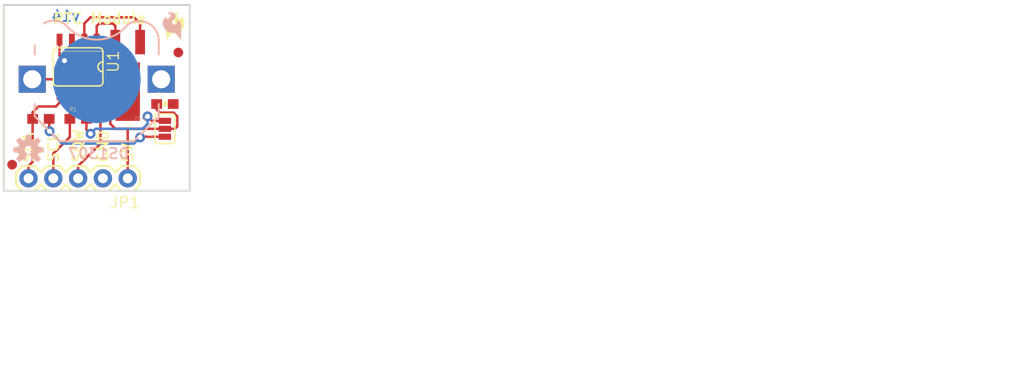
<source format=kicad_pcb>
(kicad_pcb (version 20211014) (generator pcbnew)
  (layers (0 "F.Cu" signal) (31 "B.Cu" signal) (34 "B.Paste" user) (35 "F.Paste" user) (36 "B.SilkS" user "B.Silkscreen") (37 "F.SilkS" user "F.Silkscreen") (38 "B.Mask" user) (39 "F.Mask" user) (44 "Edge.Cuts" user))
  (net 0 "")
  (net 1 "GND")
  (net 2 "N$1")
  (net 3 "N$2")
  (net 4 "N$4")
  (net 5 "SQW")
  (net 6 "SCL")
  (net 7 "SDA")
  (net 8 "5V")
  (net 9 "N$5")
  (net 10 "N$6")
  (footprint "boardEagle:FIDUCIAL-1X2" (layer "F.Cu") (at 156.8577 100.3554)
    (fp_text reference "E$2" hide)
    (fp_text value "" hide)
    (pad "1" smd roundrect (at 0 0) (size 1 1) (layers "F.Cu" "F.Mask") (roundrect_rratio 0.5))
  )
  (footprint "boardEagle:STAND-OFF" (layer "F.Cu") (at 155.4861 111.9886)
    (fp_text reference "U$6" hide)
    (fp_text value "STAND-OFF" hide)
    (pad "" np_thru_hole circle (at 0 0) (size 3.302 3.302) (drill 3.302) (layers *.Cu *.Mask))
  )
  (footprint "boardEagle:0603-CAP" (layer "F.Cu") (at 155.4861 105.6386)
    (fp_text reference "C1" (at -0.889 -0.762) (layer "F.SilkS") (effects (font (size 0.373888 0.373888) (thickness 0.032512)) (justify left bottom)))
    (fp_text value "0.1uF")
    (fp_line (start 0 -0.0305) (end 0 0.0305) (layer "F.SilkS") (width 0.5588))
    (pad "1" smd rect (at -0.85 0) (size 1.1 1) (layers "F.Cu" "F.Paste" "F.Mask") (net 8 "5V"))
    (pad "2" smd rect (at 0.85 0) (size 1.1 1) (layers "F.Cu" "F.Paste" "F.Mask") (net 1 "GND"))
  )
  (footprint "boardEagle:1X05" (layer "F.Cu") (at 151.6761 113.2586 180)
    (fp_text reference "JP1" (at -1.3462 -1.8288 180) (layer "F.SilkS") (effects (font (size 1.143 1.143) (thickness 0.127)) (justify right top)))
    (fp_text value "")
    (fp_line (start 6.985 -1.27) (end 6.35 -0.635) (layer "F.SilkS") (width 0.2032))
    (fp_line (start -0.635 -1.27) (end -1.27 -0.635) (layer "F.SilkS") (width 0.2032))
    (fp_line (start 10.795 1.27) (end 9.525 1.27) (layer "F.SilkS") (width 0.2032))
    (fp_line (start 5.715 -1.27) (end 6.35 -0.635) (layer "F.SilkS") (width 0.2032))
    (fp_line (start -0.635 -1.27) (end 0.635 -1.27) (layer "F.SilkS") (width 0.2032))
    (fp_line (start 11.43 -0.635) (end 11.43 0.635) (layer "F.SilkS") (width 0.2032))
    (fp_line (start 4.445 -1.27) (end 5.715 -1.27) (layer "F.SilkS") (width 0.2032))
    (fp_line (start 11.43 0.635) (end 10.795 1.27) (layer "F.SilkS") (width 0.2032))
    (fp_line (start 4.445 1.27) (end 3.81 0.635) (layer "F.SilkS") (width 0.2032))
    (fp_line (start 9.525 -1.27) (end 10.795 -1.27) (layer "F.SilkS") (width 0.2032))
    (fp_line (start 1.905 1.27) (end 1.27 0.635) (layer "F.SilkS") (width 0.2032))
    (fp_line (start 0.635 -1.27) (end 1.27 -0.635) (layer "F.SilkS") (width 0.2032))
    (fp_line (start 1.905 -1.27) (end 3.175 -1.27) (layer "F.SilkS") (width 0.2032))
    (fp_line (start 1.27 0.635) (end 0.635 1.27) (layer "F.SilkS") (width 0.2032))
    (fp_line (start 3.175 -1.27) (end 3.81 -0.635) (layer "F.SilkS") (width 0.2032))
    (fp_line (start -1.27 -0.635) (end -1.27 0.635) (layer "F.SilkS") (width 0.2032))
    (fp_line (start 8.255 -1.27) (end 8.89 -0.635) (layer "F.SilkS") (width 0.2032))
    (fp_line (start 6.35 0.635) (end 5.715 1.27) (layer "F.SilkS") (width 0.2032))
    (fp_line (start 8.89 0.635) (end 8.255 1.27) (layer "F.SilkS") (width 0.2032))
    (fp_line (start 0.635 1.27) (end -0.635 1.27) (layer "F.SilkS") (width 0.2032))
    (fp_line (start 3.81 -0.635) (end 4.445 -1.27) (layer "F.SilkS") (width 0.2032))
    (fp_line (start 3.175 1.27) (end 1.905 1.27) (layer "F.SilkS") (width 0.2032))
    (fp_line (start 5.715 1.27) (end 4.445 1.27) (layer "F.SilkS") (width 0.2032))
    (fp_line (start 6.985 -1.27) (end 8.255 -1.27) (layer "F.SilkS") (width 0.2032))
    (fp_line (start 9.525 1.27) (end 8.89 0.635) (layer "F.SilkS") (width 0.2032))
    (fp_line (start 10.795 -1.27) (end 11.43 -0.635) (layer "F.SilkS") (width 0.2032))
    (fp_line (start 1.27 -0.635) (end 1.905 -1.27) (layer "F.SilkS") (width 0.2032))
    (fp_line (start 3.81 0.635) (end 3.175 1.27) (layer "F.SilkS") (width 0.2032))
    (fp_line (start 6.35 0.635) (end 6.985 1.27) (layer "F.SilkS") (width 0.2032))
    (fp_line (start 8.89 -0.635) (end 9.525 -1.27) (layer "F.SilkS") (width 0.2032))
    (fp_line (start 8.255 1.27) (end 6.985 1.27) (layer "F.SilkS") (width 0.2032))
    (fp_line (start -1.27 0.635) (end -0.635 1.27) (layer "F.SilkS") (width 0.2032))
    (pad "1" thru_hole circle (at 0 0 270) (size 1.8796 1.8796) (drill 1.016) (layers *.Cu *.Mask) (net 8 "5V"))
    (pad "2" thru_hole circle (at 2.54 0 270) (size 1.8796 1.8796) (drill 1.016) (layers *.Cu *.Mask) (net 1 "GND"))
    (pad "3" thru_hole circle (at 5.08 0 270) (size 1.8796 1.8796) (drill 1.016) (layers *.Cu *.Mask) (net 5 "SQW"))
    (pad "4" thru_hole circle (at 7.62 0 270) (size 1.8796 1.8796) (drill 1.016) (layers *.Cu *.Mask) (net 6 "SCL"))
    (pad "5" thru_hole circle (at 10.16 0 270) (size 1.8796 1.8796) (drill 1.016) (layers *.Cu *.Mask) (net 7 "SDA"))
  )
  (footprint "boardEagle:CREATIVE_COMMONS" (layer "F.Cu") (at 160.5661 129.7686)
    (fp_text reference "FRAME2" hide)
    (fp_text value "FRAME-LETTER" hide)
  )
  (footprint "boardEagle:CRYSTAL-32KHZ-SMD" (layer "F.Cu") (at 151.6761 99.2886 180)
    (fp_text reference "Q1" (at -0.635 -8.255 180) (layer "F.SilkS") (effects (font (size 0.373888 0.373888) (thickness 0.032512)) (justify right top)))
    (fp_text value "32.768kHz")
    (pad "SHEILD" smd rect (at 0 -5.08 180) (size 2.5 6) (layers "F.Cu" "F.Paste" "F.Mask"))
    (pad "X1" smd rect (at -1.27 0 180) (size 1 2.5) (layers "F.Cu" "F.Paste" "F.Mask") (net 3 "N$2"))
    (pad "X2" smd rect (at 1.27 0 180) (size 1 2.5) (layers "F.Cu" "F.Paste" "F.Mask") (net 2 "N$1"))
  )
  (footprint "boardEagle:STAND-OFF" (layer "F.Cu") (at 141.5161 98.0186)
    (fp_text reference "U$7" hide)
    (fp_text value "STAND-OFF" hide)
    (pad "" np_thru_hole circle (at 0 0) (size 3.302 3.302) (drill 3.302) (layers *.Cu *.Mask))
  )
  (footprint "boardEagle:0603" (layer "F.Cu") (at 142.7861 107.1626)
    (fp_text reference "R2" (at -0.889 -0.762) (layer "F.SilkS") (effects (font (size 0.373888 0.373888) (thickness 0.032512)) (justify left bottom)))
    (fp_text value "4.7k")
    (pad "1" smd rect (at -0.85 0) (size 1.1 1) (layers "F.Cu" "F.Paste" "F.Mask") (net 7 "SDA"))
    (pad "2" smd rect (at 0.85 0) (size 1.1 1) (layers "F.Cu" "F.Paste" "F.Mask") (net 10 "N$6"))
  )
  (footprint "boardEagle:FIDUCIAL-1X2" (layer "F.Cu") (at 139.8397 111.8616)
    (fp_text reference "E$1" hide)
    (fp_text value "" hide)
    (pad "1" smd roundrect (at 0 0) (size 1 1) (layers "F.Cu" "F.Mask") (roundrect_rratio 0.5))
  )
  (footprint "boardEagle:SO08-TIGHT" (layer "F.Cu") (at 146.5961 101.8286 180)
    (fp_text reference "U1" (at -2.921 1.778 270) (layer "F.SilkS") (effects (font (size 1.143 1.143) (thickness 0.127)) (justify right top)))
    (fp_text value "DS1307")
    (fp_line (start -2.54 -0.508) (end -2.54 0.508) (layer "F.SilkS") (width 0.1524))
    (fp_line (start -2.54 0.508) (end -2.54 1.5748) (layer "F.SilkS") (width 0.1524))
    (fp_line (start -2.159 1.9558) (end 2.159 1.9558) (layer "F.SilkS") (width 0.1524))
    (fp_line (start 2.159 -1.9558) (end -2.159 -1.9558) (layer "F.SilkS") (width 0.1524))
    (fp_line (start -2.54 -1.5748) (end -2.54 -0.508) (layer "F.SilkS") (width 0.1524))
    (fp_line (start 2.54 1.5748) (end 2.54 -1.5748) (layer "F.SilkS") (width 0.1524))
    (fp_line (start -2.54 1.6002) (end 2.54 1.6002) (layer "F.SilkS") (width 0.0508))
    (fp_arc (start -2.54 -0.508) (mid -2.032 0) (end -2.54 0.508) (layer "F.SilkS") (width 0.1524))
    (fp_arc (start -2.159 1.9558) (mid -2.428408 1.844208) (end -2.54 1.5748) (layer "F.SilkS") (width 0.1524))
    (fp_arc (start -2.54 -1.5748) (mid -2.428408 -1.844208) (end -2.159 -1.9558) (layer "F.SilkS") (width 0.1524))
    (fp_arc (start 2.54 1.5748) (mid 2.428408 1.844208) (end 2.159 1.9558) (layer "F.SilkS") (width 0.1524))
    (fp_arc (start 2.159 -1.9558) (mid 2.428408 -1.844208) (end 2.54 -1.5748) (layer "F.SilkS") (width 0.1524))
    (pad "1" smd rect (at -1.905 2.8 180) (size 0.6 1.2) (layers "F.Cu" "F.Paste" "F.Mask") (net 2 "N$1"))
    (pad "2" smd rect (at -0.635 2.8 180) (size 0.6 1.2) (layers "F.Cu" "F.Paste" "F.Mask") (net 3 "N$2"))
    (pad "3" smd rect (at 0.635 2.8 180) (size 0.6 1.2) (layers "F.Cu" "F.Paste" "F.Mask") (net 4 "N$4"))
    (pad "4" smd rect (at 1.905 2.8 180) (size 0.6 1.2) (layers "F.Cu" "F.Paste" "F.Mask") (net 1 "GND"))
    (pad "5" smd rect (at 1.905 -2.8 180) (size 0.6 1.2) (layers "F.Cu" "F.Paste" "F.Mask") (net 7 "SDA"))
    (pad "6" smd rect (at 0.635 -2.8 180) (size 0.6 1.2) (layers "F.Cu" "F.Paste" "F.Mask") (net 6 "SCL"))
    (pad "7" smd rect (at -0.635 -2.8 180) (size 0.6 1.2) (layers "F.Cu" "F.Paste" "F.Mask") (net 5 "SQW"))
    (pad "8" smd rect (at -1.905 -2.8 180) (size 0.6 1.2) (layers "F.Cu" "F.Paste" "F.Mask") (net 8 "5V"))
  )
  (footprint "boardEagle:0603" (layer "F.Cu") (at 146.5961 107.1626)
    (fp_text reference "R1" (at -0.889 -0.762) (layer "F.SilkS") (effects (font (size 0.373888 0.373888) (thickness 0.032512)) (justify left bottom)))
    (fp_text value "4.7k")
    (pad "1" smd rect (at -0.85 0) (size 1.1 1) (layers "F.Cu" "F.Paste" "F.Mask") (net 6 "SCL"))
    (pad "2" smd rect (at 0.85 0) (size 1.1 1) (layers "F.Cu" "F.Paste" "F.Mask") (net 9 "N$5"))
  )
  (footprint "boardEagle:SJ_3_PASTE1&2&3" (layer "F.Cu") (at 155.4861 108.1786 90)
    (fp_text reference "SJ2" (at -1.27 -1.27 90) (layer "F.SilkS") (effects (font (size 0.373888 0.373888) (thickness 0.032512)) (justify left bottom)))
    (fp_text value "")
    (fp_line (start 1.27 1.016) (end -1.27 1.016) (layer "F.SilkS") (width 0.1524))
    (fp_line (start -1.524 0.762) (end -1.524 -0.762) (layer "F.SilkS") (width 0.1524))
    (fp_line (start 1.524 0.762) (end 1.524 -0.762) (layer "F.SilkS") (width 0.1524))
    (fp_line (start -1.27 -1.016) (end 1.27 -1.016) (layer "F.SilkS") (width 0.1524))
    (fp_arc (start -1.524 -0.762) (mid -1.449605 -0.941605) (end -1.27 -1.016) (layer "F.SilkS") (width 0.1524))
    (fp_arc (start 1.27 -1.016) (mid 1.449605 -0.941605) (end 1.524 -0.762) (layer "F.SilkS") (width 0.1524))
    (fp_arc (start -1.27 1.016) (mid -1.449605 0.941605) (end -1.524 0.762) (layer "F.SilkS") (width 0.1524))
    (fp_arc (start 1.524 0.762) (mid 1.449605 0.941605) (end 1.27 1.016) (layer "F.SilkS") (width 0.1524))
    (pad "1" smd rect (at -0.8128 0 90) (size 0.635 1.27) (layers "F.Cu" "F.Mask") (net 10 "N$6"))
    (pad "2" smd rect (at 0 0 90) (size 0.635 1.27) (layers "F.Cu" "F.Mask") (net 8 "5V"))
    (pad "3" smd rect (at 0.8128 0 90) (size 0.635 1.27) (layers "F.Cu" "F.Mask") (net 9 "N$5"))
  )
  (footprint "boardEagle:SFE-LOGO-FLAME" (layer "F.Cu") (at 155.6131 99.0346)
    (fp_text reference "U$1" hide)
    (fp_text value "LOGO-SFESK" hide)
    (fp_poly (pts (xy 1.126002 -2.808203) (xy 1.215449 -2.785829) (xy 1.228477 -2.780783) (xy 1.240149 -2.774875) (xy 1.25686 -2.766576) (xy 1.275552 -2.759834) (xy 1.371694 -2.7026) (xy 1.3793 -2.7026) (xy 1.3793 -2.6772) (xy 1.306833 -2.6772) (xy 1.208418 -2.657914) (xy 1.074855 -2.495286) (xy 1.079365 -2.436825) (xy 1.12809 -2.341869) (xy 1.204666 -2.265196) (xy 1.294069 -2.200638) (xy 1.369348 -2.168824) (xy 1.450737 -2.171632) (xy 1.458864 -2.174186) (xy 1.466257 -2.177389) (xy 1.530514 -2.236956) (xy 1.5368 -2.259812) (xy 1.5368 -2.377938) (xy 1.763707 -2.148127) (xy 1.868186 -1.856841) (xy 1.871603 -1.856894) (xy 1.87806 -1.650435) (xy 1.848857 -1.45742) (xy 1.785308 -1.272842) (xy 1.6663 -1.061578) (xy 1.6663 -1.080581) (xy 1.378131 -0.80901) (xy 0.982239 -0.6985) (xy 0.753005 -0.6985) (xy 0.716201 -0.692046) (xy 0.681776 -0.679592) (xy 0.496322 -0.541784) (xy -0.0126 0.03091) (xy -0.0126 -1.52077) (xy 0.060004 -1.761967) (xy 0.168295 -1.865489) (xy 0.307122 -1.917522) (xy 0.4039 -1.925089) (xy 0.499384 -1.917623) (xy 0.55991 -1.908099) (xy 0.557788 -1.884433) (xy 0.522216 -1.885242) (xy 0.501784 -1.876141) (xy 0.420519 -1.817154) (xy 0.400722 -1.79067) (xy 0.390395 -1.7285) (xy 0.400905 -1.665229) (xy 0.421405 -1.625174) (xy 0.452343 -1.592685) (xy 0.546535 -1.54355) (xy 0.652229 -1.531742) (xy 0.742768 -1.550084) (xy 0.82422 -1.589656) (xy 0.92203 -1.754659) (xy 0.907706 -1.848844) (xy 0.850914 -1.930401) (xy 0.584707 -2.263237) (xy 0.561667 -2.510855) (xy 0.627495 -2.621556) (xy 0.629042 -2.623103) (xy 0.778901 -2.74712) (xy 1.032676 -2.817064)) (layer "F.SilkS") (width 0) (fill solid))
  )
  (footprint "boardEagle:SFE-LOGO-FLAME" (layer "B.Cu") (at 157.1371 99.0346 180)
    (fp_text reference "U$2" hide)
    (fp_text value "LOGO-SFESK" hide)
    (fp_poly (pts (xy 1.126002 2.808203) (xy 1.215449 2.785829) (xy 1.228477 2.780783) (xy 1.240149 2.774875) (xy 1.25686 2.766576) (xy 1.275552 2.759834) (xy 1.371694 2.7026) (xy 1.3793 2.7026) (xy 1.3793 2.6772) (xy 1.306833 2.6772) (xy 1.208418 2.657914) (xy 1.074855 2.495286) (xy 1.079365 2.436825) (xy 1.12809 2.341869) (xy 1.204666 2.265196) (xy 1.294069 2.200638) (xy 1.369348 2.168824) (xy 1.450737 2.171632) (xy 1.458864 2.174186) (xy 1.466257 2.177389) (xy 1.530514 2.236956) (xy 1.5368 2.259812) (xy 1.5368 2.377938) (xy 1.763707 2.148127) (xy 1.868186 1.856841) (xy 1.871603 1.856894) (xy 1.87806 1.650435) (xy 1.848857 1.45742) (xy 1.785308 1.272842) (xy 1.6663 1.061578) (xy 1.6663 1.080581) (xy 1.378131 0.80901) (xy 0.982239 0.6985) (xy 0.753005 0.6985) (xy 0.716201 0.692046) (xy 0.681776 0.679592) (xy 0.496322 0.541784) (xy -0.0126 -0.03091) (xy -0.0126 1.52077) (xy 0.060004 1.761967) (xy 0.168295 1.865489) (xy 0.307122 1.917522) (xy 0.4039 1.925089) (xy 0.499384 1.917623) (xy 0.55991 1.908099) (xy 0.557788 1.884433) (xy 0.522216 1.885242) (xy 0.501784 1.876141) (xy 0.420519 1.817154) (xy 0.400722 1.79067) (xy 0.390395 1.7285) (xy 0.400905 1.665229) (xy 0.421405 1.625174) (xy 0.452343 1.592685) (xy 0.546535 1.54355) (xy 0.652229 1.531742) (xy 0.742768 1.550084) (xy 0.82422 1.589656) (xy 0.92203 1.754659) (xy 0.907706 1.848844) (xy 0.850914 1.930401) (xy 0.584707 2.263237) (xy 0.561667 2.510855) (xy 0.627495 2.621556) (xy 0.629042 2.623103) (xy 0.778901 2.74712) (xy 1.032676 2.817064)) (layer "B.SilkS") (width 0) (fill solid))
  )
  (footprint "boardEagle:OSHW-LOGO-S" (layer "B.Cu") (at 141.5161 110.3376 180)
    (fp_text reference "LOGO1" hide)
    (fp_text value "OSHW-LOGOS" hide)
    (fp_poly (pts (xy 0.301647 1.061351) (xy 0.42347 1.022344) (xy 0.537177 0.963769) (xy 0.92862 1.282946) (xy 1.282946 0.92862) (xy 0.961035 0.533823) (xy 1.057046 0.302084) (xy 1.5638 0.250561) (xy 1.5638 -0.250561) (xy 1.057046 -0.302084) (xy 0.961035 -0.533823) (xy 1.282946 -0.92862) (xy 0.92862 -1.282946) (xy 0.537177 -0.96377) (xy 0.356601 -1.056794) (xy 0.088679 -0.410073) (xy 0.326262 -0.2176) (xy 0.373649 -0.121468) (xy 0.392729 -0.010339) (xy 0.379464 0.101634) (xy 0.334947 0.205229) (xy 0.262842 0.291918) (xy 0.169087 0.354561) (xy 0.061406 0.387999) (xy -0.051342 0.38948) (xy -0.159868 0.358881) (xy -0.255234 0.298724) (xy -0.329589 0.213962) (xy -0.376813 0.111569) (xy -0.392176 0.005767) (xy -0.322923 -0.222565) (xy -0.249312 -0.303773) (xy 0.091677 -0.5081) (xy -0.12929 -0.5081) (xy -0.355332 -1.053732) (xy -0.506597 -0.983577) (xy -0.538922 -0.965192) (xy -0.92862 -1.282946) (xy -1.282946 -0.92862) (xy -0.961035 -0.533823) (xy -1.057046 -0.302084) (xy -1.5638 -0.250561) (xy -1.5638 0.250561) (xy -1.057046 0.302084) (xy -0.961035 0.533823) (xy -1.282946 0.92862) (xy -0.92862 1.282946) (xy -0.533823 0.961035) (xy -0.302084 1.057046) (xy -0.250561 1.5638) (xy 0.250561 1.5638)) (layer "B.SilkS") (width 0) (fill solid))
  )
  (footprint "boardEagle:BATTCON_12MM_PTH" (layer "B.Cu") (at 148.5011 103.0986 180)
    (fp_text reference "BAT1" (at -3.81 -3.81) (layer "B.SilkS") (effects (font (size 0.373888 0.373888) (thickness 0.032512)) (justify right top mirror)))
    (fp_text value "")
    (fp_line (start -6.35 -3.81) (end -6.35 -2.54) (layer "B.SilkS") (width 0.2032))
    (fp_line (start -6.35 2.54) (end -6.35 4.064) (layer "B.SilkS") (width 0.2032))
    (fp_line (start 6.35 2.54) (end 6.35 4.064) (layer "B.SilkS") (width 0.2032))
    (fp_line (start 6.35 -3.81) (end 6.35 -2.54) (layer "B.SilkS") (width 0.2032))
    (fp_line (start -6.35 -3.81) (end -3.81 -6.35) (layer "B.SilkS") (width 0.2032))
    (fp_line (start 3.81 -6.35) (end 6.35 -3.81) (layer "B.SilkS") (width 0.2032))
    (fp_line (start -3.81 -6.35) (end 3.81 -6.35) (layer "B.SilkS") (width 0.2032))
    (fp_arc (start 6.35 4.064) (mid 5.242249 5.825476) (end 3.175 5.588) (layer "B.SilkS") (width 0.2032))
    (fp_arc (start -3.175 5.588) (mid 0 4.064003) (end 3.175 5.588) (layer "B.SilkS") (width 0.2032))
    (fp_arc (start -3.175 5.588) (mid -5.21764 5.774208) (end -6.35 4.064) (layer "B.SilkS") (width 0.2032))
    (pad "GND" smd roundrect (at 0 0 180) (size 9 9) (layers "B.Cu" "B.Mask") (roundrect_rratio 0.5) (net 1 "GND"))
    (pad "VCC@1" thru_hole rect (at 6.604 0 180) (size 2.7813 2.7813) (drill 1.8542) (layers *.Cu *.Mask) (net 4 "N$4"))
    (pad "VCC@2" thru_hole rect (at -6.604 0 180) (size 2.7813 2.7813) (drill 1.8542) (layers *.Cu *.Mask))
  )
  (gr_line (start 138.9761 95.4786) (end 138.9761 114.5286) (layer "Edge.Cuts") (width 0.2032))
  (gr_line (start 138.9761 114.5286) (end 158.0261 114.5286) (layer "Edge.Cuts") (width 0.2032))
  (gr_line (start 158.0261 95.4786) (end 138.9761 95.4786) (layer "Edge.Cuts") (width 0.2032))
  (gr_line (start 158.0261 114.5286) (end 158.0261 95.4786) (layer "Edge.Cuts") (width 0.2032))
  (gr_text "v14" (at 146.8882 97.2566) (layer "B.Cu") (effects (font (size 1.0795 1.0795) (thickness 0.1905)) (justify left bottom mirror)))
  (gr_text "DS1307" (at 151.9301 111.3536) (layer "B.SilkS") (effects (font (size 1.0795 1.0795) (thickness 0.1905)) (justify left bottom mirror)))
  (gr_text "5V" (at 152.3111 111.7346 90) (layer "F.SilkS") (effects (font (size 1.0795 1.0795) (thickness 0.1905)) (justify left bottom)))
  (gr_text "GND" (at 149.7711 111.7346 90) (layer "F.SilkS") (effects (font (size 1.0795 1.0795) (thickness 0.1905)) (justify left bottom)))
  (gr_text "RTC Module" (at 143.9291 97.5106) (layer "F.SilkS") (effects (font (size 1.0795 1.0795) (thickness 0.1905)) (justify left bottom)))
  (gr_text "SQW" (at 147.2311 111.7346 90) (layer "F.SilkS") (effects (font (size 1.0795 1.0795) (thickness 0.1905)) (justify left bottom)))
  (gr_text "SDA" (at 142.1511 111.7346 90) (layer "F.SilkS") (effects (font (size 1.0795 1.0795) (thickness 0.1905)) (justify left bottom)))
  (gr_text "SCL" (at 144.6911 111.7346 90) (layer "F.SilkS") (effects (font (size 1.0795 1.0795) (thickness 0.1905)) (justify left bottom)))
  (segment (start 144.6911 100.6856) (end 145.1991 101.1936) (width 0.254) (layer "F.Cu") (net 1))
  (segment (start 144.6911 99.0286) (end 144.6911 100.6856) (width 0.254) (layer "F.Cu") (net 1))
  (via (at 145.1991 101.1936) (size 1.016) (drill 0.508) (layers "F.Cu" "B.Cu") (net 1))
  (segment (start 148.5011 103.0986) (end 147.1041 103.0986) (width 0.254) (layer "B.Cu") (net 1))
  (segment (start 147.1041 103.0986) (end 145.1991 101.1936) (width 0.254) (layer "B.Cu") (net 1))
  (segment (start 148.7551 97.3836) (end 150.1521 97.3836) (width 0.254) (layer "F.Cu") (net 2))
  (segment (start 150.1521 97.3836) (end 150.4061 97.6376) (width 0.254) (layer "F.Cu") (net 2))
  (segment (start 150.4061 97.6376) (end 150.4061 99.2886) (width 0.254) (layer "F.Cu") (net 2))
  (segment (start 148.5011 99.0286) (end 148.5011 97.6376) (width 0.254) (layer "F.Cu") (net 2))
  (segment (start 148.5011 97.6376) (end 148.7551 97.3836) (width 0.254) (layer "F.Cu") (net 2))
  (segment (start 152.9461 97.3836) (end 152.9461 99.2886) (width 0.254) (layer "F.Cu") (net 3))
  (segment (start 147.2311 99.0286) (end 147.2311 99.1616) (width 0.254) (layer "F.Cu") (net 3))
  (segment (start 147.2311 97.3836) (end 147.8661 96.7486) (width 0.254) (layer "F.Cu") (net 3))
  (segment (start 152.3111 96.7486) (end 152.9461 97.3836) (width 0.254) (layer "F.Cu") (net 3))
  (segment (start 147.2311 99.0286) (end 147.2311 97.3836) (width 0.254) (layer "F.Cu") (net 3))
  (segment (start 147.8661 96.7486) (end 152.3111 96.7486) (width 0.254) (layer "F.Cu") (net 3))
  (segment (start 145.9611 100.3046) (end 146.3421 100.6856) (width 0.254) (layer "F.Cu") (net 4))
  (segment (start 146.3421 102.5906) (end 145.8341 103.0986) (width 0.254) (layer "F.Cu") (net 4))
  (segment (start 146.3421 100.6856) (end 146.3421 102.5906) (width 0.254) (layer "F.Cu") (net 4))
  (segment (start 145.8341 103.0986) (end 141.8971 103.0986) (width 0.254) (layer "F.Cu") (net 4))
  (segment (start 145.9611 99.0286) (end 145.9611 100.3046) (width 0.254) (layer "F.Cu") (net 4))
  (segment (start 147.2311 104.6286) (end 147.2311 105.7656) (width 0.254) (layer "F.Cu") (net 5))
  (segment (start 147.2311 105.7656) (end 147.4851 106.0196) (width 0.254) (layer "F.Cu") (net 5))
  (segment (start 146.5961 111.9886) (end 148.8821 109.7026) (width 0.254) (layer "F.Cu") (net 5))
  (segment (start 148.8821 106.9086) (end 148.8821 109.7026) (width 0.254) (layer "F.Cu") (net 5))
  (segment (start 146.5961 113.2586) (end 146.5961 111.9886) (width 0.254) (layer "F.Cu") (net 5))
  (segment (start 147.4851 106.0196) (end 147.9931 106.0196) (width 0.254) (layer "F.Cu") (net 5))
  (segment (start 147.9931 106.0196) (end 148.8821 106.9086) (width 0.254) (layer "F.Cu") (net 5))
  (segment (start 145.7461 107.1626) (end 145.7461 109.0286) (width 0.254) (layer "F.Cu") (net 6))
  (segment (start 145.7461 109.0286) (end 144.0561 110.7186) (width 0.254) (layer "F.Cu") (net 6))
  (segment (start 145.9611 104.6286) (end 145.9611 105.7656) (width 0.254) (layer "F.Cu") (net 6))
  (segment (start 145.7461 105.9806) (end 145.9611 105.7656) (width 0.254) (layer "F.Cu") (net 6))
  (segment (start 145.7461 107.1626) (end 145.7461 105.9806) (width 0.254) (layer "F.Cu") (net 6))
  (segment (start 144.0561 113.2586) (end 144.0561 110.7186) (width 0.254) (layer "F.Cu") (net 6))
  (segment (start 141.9361 111.5686) (end 141.5161 111.9886) (width 0.254) (layer "F.Cu") (net 7))
  (segment (start 144.6911 104.6286) (end 144.6911 105.5116) (width 0.254) (layer "F.Cu") (net 7))
  (segment (start 141.9361 107.1626) (end 141.9361 111.5686) (width 0.254) (layer "F.Cu") (net 7))
  (segment (start 142.5321 105.8926) (end 141.9361 106.4886) (width 0.254) (layer "F.Cu") (net 7))
  (segment (start 144.3101 105.8926) (end 142.5321 105.8926) (width 0.254) (layer "F.Cu") (net 7))
  (segment (start 141.5161 111.9886) (end 141.5161 113.2586) (width 0.254) (layer "F.Cu") (net 7))
  (segment (start 144.6911 105.5116) (end 144.3101 105.8926) (width 0.254) (layer "F.Cu") (net 7))
  (segment (start 141.9361 107.1626) (end 141.9361 106.4886) (width 0.254) (layer "F.Cu") (net 7))
  (segment (start 154.6361 106.1856) (end 154.9781 106.5276) (width 0.254) (layer "F.Cu") (net 8))
  (segment (start 156.7561 106.9086) (end 156.7561 107.9246) (width 0.254) (layer "F.Cu") (net 8))
  (segment (start 149.8981 106.1466) (end 149.8981 107.6706) (width 0.254) (layer "F.Cu") (net 8))
  (segment (start 154.6361 105.6386) (end 154.6361 106.1856) (width 0.254) (layer "F.Cu") (net 8))
  (segment (start 148.5011 105.6386) (end 148.7551 105.8926) (width 0.254) (layer "F.Cu") (net 8))
  (segment (start 151.6761 108.1786) (end 150.4061 108.1786) (width 0.254) (layer "F.Cu") (net 8))
  (segment (start 154.9781 106.5276) (end 156.3751 106.5276) (width 0.254) (layer "F.Cu") (net 8))
  (segment (start 156.5021 108.1786) (end 155.4861 108.1786) (width 0.254) (layer "F.Cu") (net 8))
  (segment (start 148.7551 105.8926) (end 149.6441 105.8926) (width 0.254) (layer "F.Cu") (net 8))
  (segment (start 148.5011 104.6286) (end 148.5011 105.6386) (width 0.254) (layer "F.Cu") (net 8))
  (segment (start 149.6441 105.8926) (end 149.8981 106.1466) (width 0.254) (layer "F.Cu") (net 8))
  (segment (start 151.6761 113.2586) (end 151.6761 108.1786) (width 0.254) (layer "F.Cu") (net 8))
  (segment (start 156.3751 106.5276) (end 156.7561 106.9086) (width 0.254) (layer "F.Cu") (net 8))
  (segment (start 156.7561 107.9246) (end 156.5021 108.1786) (width 0.254) (layer "F.Cu") (net 8))
  (segment (start 150.4061 108.1786) (end 149.8981 107.6706) (width 0.254) (layer "F.Cu") (net 8))
  (segment (start 155.4861 108.1786) (end 151.6761 108.1786) (width 0.254) (layer "F.Cu") (net 8))
  (segment (start 154.1653 107.3658) (end 153.7081 106.9086) (width 0.254) (layer "F.Cu") (net 9))
  (segment (start 155.4861 107.3658) (end 154.1653 107.3658) (width 0.254) (layer "F.Cu") (net 9))
  (segment (start 147.4461 108.2666) (end 147.8661 108.6866) (width 0.254) (layer "F.Cu") (net 9))
  (segment (start 147.4461 107.1626) (end 147.4461 108.2666) (width 0.254) (layer "F.Cu") (net 9))
  (via (at 147.8661 108.6866) (size 1.016) (drill 0.508) (layers "F.Cu" "B.Cu") (net 9))
  (via (at 153.7081 106.9086) (size 1.016) (drill 0.508) (layers "F.Cu" "B.Cu") (net 9))
  (segment (start 153.7081 107.6706) (end 153.2001 108.1786) (width 0.254) (layer "B.Cu") (net 9))
  (segment (start 148.3741 108.1786) (end 147.8661 108.6866) (width 0.254) (layer "B.Cu") (net 9))
  (segment (start 153.7081 106.9086) (end 153.7081 107.6706) (width 0.254) (layer "B.Cu") (net 9))
  (segment (start 153.2001 108.1786) (end 148.3741 108.1786) (width 0.254) (layer "B.Cu") (net 9))
  (segment (start 153.0223 108.9914) (end 152.9461 109.0676) (width 0.254) (layer "F.Cu") (net 10))
  (segment (start 143.6361 108.3936) (end 143.6751 108.4326) (width 0.254) (layer "F.Cu") (net 10))
  (segment (start 155.4861 108.9914) (end 153.0223 108.9914) (width 0.254) (layer "F.Cu") (net 10))
  (segment (start 143.6361 107.1626) (end 143.6361 108.3936) (width 0.254) (layer "F.Cu") (net 10))
  (via (at 152.9461 109.0676) (size 1.016) (drill 0.508) (layers "F.Cu" "B.Cu") (net 10))
  (via (at 143.6751 108.4326) (size 1.016) (drill 0.508) (layers "F.Cu" "B.Cu") (net 10))
  (segment (start 152.3111 109.7026) (end 144.9451 109.7026) (width 0.254) (layer "B.Cu") (net 10))
  (segment (start 152.9461 109.0676) (end 152.3111 109.7026) (width 0.254) (layer "B.Cu") (net 10))
  (segment (start 144.9451 109.7026) (end 143.6751 108.4326) (width 0.254) (layer "B.Cu") (net 10))
)
</source>
